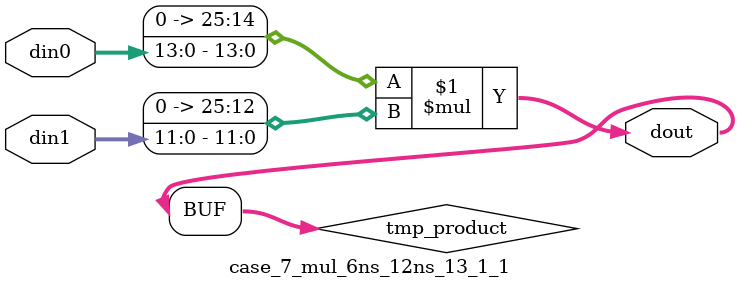
<source format=v>

`timescale 1 ns / 1 ps

 (* use_dsp = "no" *)  module case_7_mul_6ns_12ns_13_1_1(din0, din1, dout);
parameter ID = 1;
parameter NUM_STAGE = 0;
parameter din0_WIDTH = 14;
parameter din1_WIDTH = 12;
parameter dout_WIDTH = 26;

input [din0_WIDTH - 1 : 0] din0; 
input [din1_WIDTH - 1 : 0] din1; 
output [dout_WIDTH - 1 : 0] dout;

wire signed [dout_WIDTH - 1 : 0] tmp_product;
























assign tmp_product = $signed({1'b0, din0}) * $signed({1'b0, din1});











assign dout = tmp_product;





















endmodule

</source>
